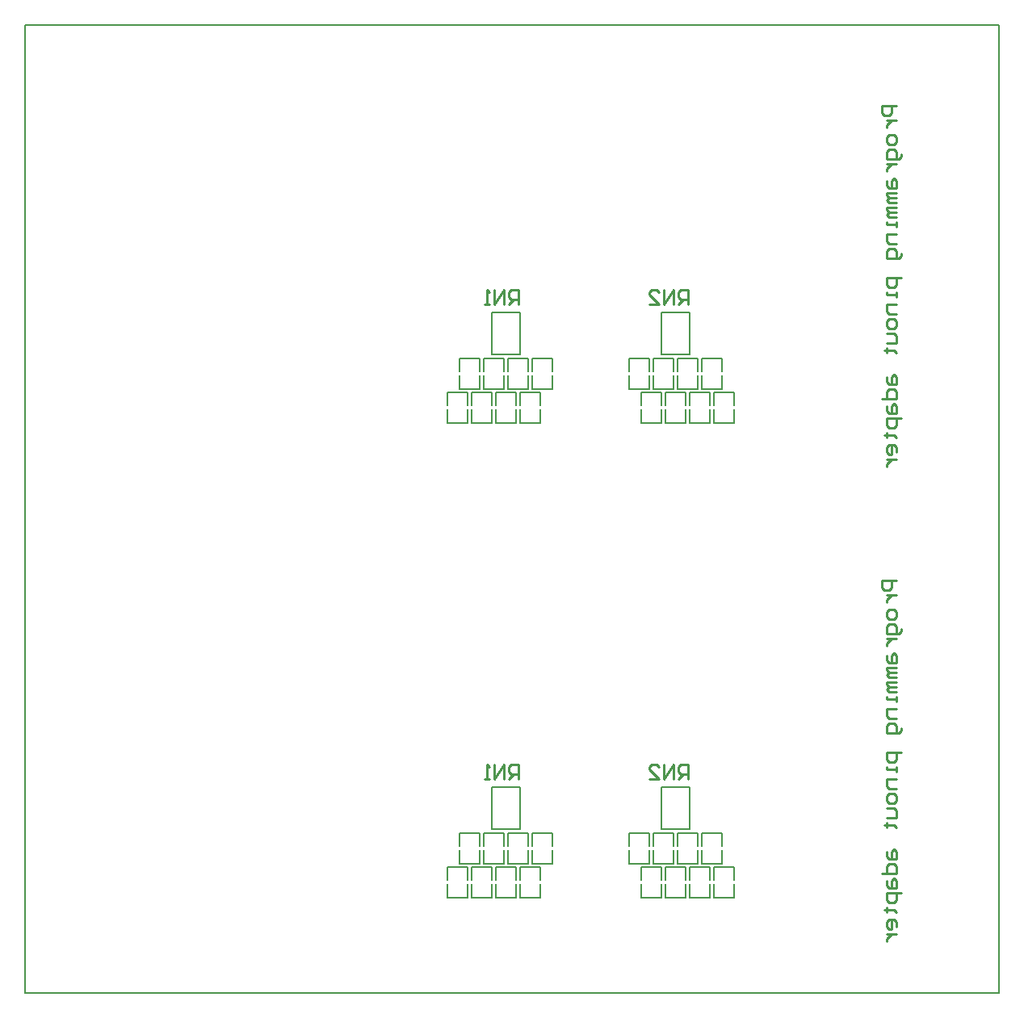
<source format=gbo>
%FSLAX44Y44*%
%MOMM*%
%SFA1B1*%

%IPPOS*%
%ADD10C,0.253999*%
%ADD36C,0.200000*%
%ADD58C,0.127000*%
%LNu2s_hvpp-1*%
%LPD*%
G54D10*
X517618Y224503D02*
Y239738D01*
X510001*
X507462Y237199*
Y232121*
X510001Y229581*
X517618*
G54D58*
X0Y0D02*
X1021266D01*
Y1015678*
X0*
Y0*
G54D10*
X512540Y229581D02*
X507462Y224503D01*
X502384D02*
Y239738D01*
X492227Y224503*
Y239738*
X487149Y224503D02*
X482070D01*
X484610*
Y239738*
X487149Y237199*
X695418Y224503D02*
Y239738D01*
X687801*
X685261Y237199*
Y232121*
X687801Y229581*
X695418*
X690340D02*
X685261Y224503D01*
X680183D02*
Y239738D01*
X670026Y224503*
Y239738*
X654791Y224503D02*
X664948D01*
X654791Y234660*
Y237199*
X657330Y239738*
X662409*
X664948Y237199*
X913223Y432656D02*
X897988D01*
Y425038*
X900527Y422499*
X905605*
X908145Y425038*
Y432656*
X903066Y417421D02*
X913223D01*
X908145*
X905605Y414882*
X903066Y412343*
Y409803*
X913223Y399647D02*
Y394568D01*
X910684Y392029*
X905605*
X903066Y394568*
Y399647*
X905605Y402186*
X910684*
X913223Y399647*
X918301Y381872D02*
Y379333D01*
X915762Y376794*
X903066*
Y384412*
X905605Y386951*
X910684*
X913223Y384412*
Y376794*
X903066Y371716D02*
X913223D01*
X908145*
X905605Y369177*
X903066Y366637*
Y364098*
Y353942D02*
Y348863D01*
X905605Y346324*
X913223*
Y353942*
X910684Y356481*
X908145Y353942*
Y346324*
X913223Y341246D02*
X903066D01*
Y338706*
X905605Y336167*
X913223*
X905605*
X903066Y333628*
X905605Y331089*
X913223*
Y326011D02*
X903066D01*
Y323471*
X905605Y320932*
X913223*
X905605*
X903066Y318393*
X905605Y315854*
X913223*
Y310775D02*
Y305697D01*
Y308236*
X903066*
Y310775*
X913223Y298080D02*
X903066D01*
Y290462*
X905605Y287923*
X913223*
X918301Y277766D02*
Y275227D01*
X915762Y272688*
X903066*
Y280305*
X905605Y282844*
X910684*
X913223Y280305*
Y272688*
X918301Y252374D02*
X903066D01*
Y244757*
X905605Y242218*
X910684*
X913223Y244757*
Y252374*
Y237139D02*
Y232061D01*
Y234600*
X903066*
Y237139*
X913223Y224443D02*
X903066D01*
Y216826*
X905605Y214287*
X913223*
Y206669D02*
Y201591D01*
X910684Y199052*
X905605*
X903066Y201591*
Y206669*
X905605Y209208*
X910684*
X913223Y206669*
X903066Y193973D02*
X910684D01*
X913223Y191434*
Y183817*
X903066*
X900527Y176199D02*
X903066D01*
Y178738*
Y173660*
Y176199*
X910684*
X913223Y173660*
X903066Y148268D02*
Y143190D01*
X905605Y140651*
X913223*
Y148268*
X910684Y150807*
X908145Y148268*
Y140651*
X897988Y125415D02*
X913223D01*
Y133033*
X910684Y135572*
X905605*
X903066Y133033*
Y125415*
Y117798D02*
Y112719D01*
X905605Y110180*
X913223*
Y117798*
X910684Y120337*
X908145Y117798*
Y110180*
X918301Y105102D02*
X903066D01*
Y97484*
X905605Y94945*
X910684*
X913223Y97484*
Y105102*
X900527Y87328D02*
X903066D01*
Y89867*
Y84789*
Y87328*
X910684*
X913223Y84789*
Y69554D02*
Y74632D01*
X910684Y77171*
X905605*
X903066Y74632*
Y69554*
X905605Y67014*
X908145*
Y77171*
X903066Y61936D02*
X913223D01*
X908145*
X905605Y59397*
X903066Y56858*
Y54318*
G54D36*
X531883Y135986D02*
X552883D01*
X531883Y167986D02*
X552883D01*
X531883Y135986D02*
Y149986D01*
X552883Y135986D02*
Y149986D01*
Y153986D02*
Y167986D01*
X531883Y153986D02*
Y167986D01*
X455684Y135986D02*
X476684D01*
X455684Y167986D02*
X476684D01*
X455684Y135986D02*
Y149986D01*
X476684Y135986D02*
Y149986D01*
Y153986D02*
Y167986D01*
X455684Y153986D02*
Y167986D01*
X442984Y100426D02*
X463984D01*
X442984Y132426D02*
X463984D01*
X442984Y100426D02*
Y114426D01*
X463984Y100426D02*
Y114426D01*
Y118426D02*
Y132426D01*
X442984Y118426D02*
Y132426D01*
X481084Y135986D02*
X502084D01*
X481084Y167986D02*
X502084D01*
X481084Y135986D02*
Y149986D01*
X502084Y135986D02*
Y149986D01*
Y153986D02*
Y167986D01*
X481084Y153986D02*
Y167986D01*
X468384Y100426D02*
X489384D01*
X468384Y132426D02*
X489384D01*
X468384Y100426D02*
Y114426D01*
X489384Y100426D02*
Y114426D01*
Y118426D02*
Y132426D01*
X468384Y118426D02*
Y132426D01*
X506484Y135986D02*
X527483D01*
X506484Y167986D02*
X527483D01*
X506484Y135986D02*
Y149986D01*
X527483Y135986D02*
Y149986D01*
Y153986D02*
Y167986D01*
X506484Y153986D02*
Y167986D01*
X493784Y100426D02*
X514783D01*
X493784Y132426D02*
X514783D01*
X493784Y100426D02*
Y114426D01*
X514783Y100426D02*
Y114426D01*
Y118426D02*
Y132426D01*
X493784Y118426D02*
Y132426D01*
X519183Y100426D02*
X540183D01*
X519183Y132426D02*
X540183D01*
X519183Y100426D02*
Y114426D01*
X540183Y100426D02*
Y114426D01*
Y118426D02*
Y132426D01*
X519183Y118426D02*
Y132426D01*
X633483Y135986D02*
X654483D01*
X633483Y167986D02*
X654483D01*
X633483Y135986D02*
Y149986D01*
X654483Y135986D02*
Y149986D01*
Y153986D02*
Y167986D01*
X633483Y153986D02*
Y167986D01*
X646183Y100426D02*
X667183D01*
X646183Y132426D02*
X667183D01*
X646183Y100426D02*
Y114426D01*
X667183Y100426D02*
Y114426D01*
Y118426D02*
Y132426D01*
X646183Y118426D02*
Y132426D01*
X658883Y135986D02*
X679883D01*
X658883Y167986D02*
X679883D01*
X658883Y135986D02*
Y149986D01*
X679883Y135986D02*
Y149986D01*
Y153986D02*
Y167986D01*
X658883Y153986D02*
Y167986D01*
X671583Y100426D02*
X692583D01*
X671583Y132426D02*
X692583D01*
X671583Y100426D02*
Y114426D01*
X692583Y100426D02*
Y114426D01*
Y118426D02*
Y132426D01*
X671583Y118426D02*
Y132426D01*
X684283Y135986D02*
X705283D01*
X684283Y167986D02*
X705283D01*
X684283Y135986D02*
Y149986D01*
X705283Y135986D02*
Y149986D01*
Y153986D02*
Y167986D01*
X684283Y153986D02*
Y167986D01*
X696983Y100426D02*
X717983D01*
X696983Y132426D02*
X717983D01*
X696983Y100426D02*
Y114426D01*
X717983Y100426D02*
Y114426D01*
Y118426D02*
Y132426D01*
X696983Y118426D02*
Y132426D01*
X709683Y135986D02*
X730683D01*
X709683Y167986D02*
X730683D01*
X709683Y135986D02*
Y149986D01*
X730683Y135986D02*
Y149986D01*
Y153986D02*
Y167986D01*
X709683Y153986D02*
Y167986D01*
X722383Y100426D02*
X743383D01*
X722383Y132426D02*
X743383D01*
X722383Y100426D02*
Y114426D01*
X743383Y100426D02*
Y114426D01*
Y118426D02*
Y132426D01*
X722383Y118426D02*
Y132426D01*
X667083Y171896D02*
X697083D01*
X667083D02*
Y215896D01*
X697083Y171896D02*
Y215896D01*
X667083D02*
X697083D01*
X489284Y171896D02*
X519283D01*
X489284D02*
Y215896D01*
X519283Y171896D02*
Y215896D01*
X489284D02*
X519283D01*
G54D10*
X517618Y722342D02*
Y737576D01*
X510001*
X507462Y735037*
Y729959*
X510001Y727419*
X517618*
X512540D02*
X507462Y722342D01*
X502384D02*
Y737576D01*
X492227Y722342*
Y737576*
X487149Y722342D02*
X482070D01*
X484610*
Y737576*
X487149Y735037*
X695418Y722342D02*
Y737576D01*
X687801*
X685261Y735037*
Y729959*
X687801Y727419*
X695418*
X690340D02*
X685261Y722342D01*
X680183D02*
Y737576D01*
X670026Y722342*
Y737576*
X654791Y722342D02*
X664948D01*
X654791Y732498*
Y735037*
X657330Y737576*
X662409*
X664948Y735037*
X913223Y930495D02*
X897988D01*
Y922876*
X900527Y920337*
X905605*
X908145Y922876*
Y930495*
X903066Y915259D02*
X913223D01*
X908145*
X905605Y912720*
X903066Y910181*
Y907641*
X913223Y897485D02*
Y892406D01*
X910684Y889867*
X905605*
X903066Y892406*
Y897485*
X905605Y900024*
X910684*
X913223Y897485*
X918301Y879710D02*
Y877171D01*
X915762Y874632*
X903066*
Y882250*
X905605Y884789*
X910684*
X913223Y882250*
Y874632*
X903066Y869554D02*
X913223D01*
X908145*
X905605Y867015*
X903066Y864475*
Y861936*
Y851780D02*
Y846701D01*
X905605Y844162*
X913223*
Y851780*
X910684Y854319*
X908145Y851780*
Y844162*
X913223Y839084D02*
X903066D01*
Y836544*
X905605Y834005*
X913223*
X905605*
X903066Y831466*
X905605Y828927*
X913223*
Y823849D02*
X903066D01*
Y821309*
X905605Y818770*
X913223*
X905605*
X903066Y816231*
X905605Y813692*
X913223*
Y808613D02*
Y803535D01*
Y806074*
X903066*
Y808613*
X913223Y795918D02*
X903066D01*
Y788300*
X905605Y785761*
X913223*
X918301Y775604D02*
Y773065D01*
X915762Y770526*
X903066*
Y778143*
X905605Y780682*
X910684*
X913223Y778143*
Y770526*
X918301Y750212D02*
X903066D01*
Y742595*
X905605Y740056*
X910684*
X913223Y742595*
Y750212*
Y734977D02*
Y729899D01*
Y732438*
X903066*
Y734977*
X913223Y722281D02*
X903066D01*
Y714664*
X905605Y712125*
X913223*
Y704507D02*
Y699429D01*
X910684Y696890*
X905605*
X903066Y699429*
Y704507*
X905605Y707046*
X910684*
X913223Y704507*
X903066Y691811D02*
X910684D01*
X913223Y689272*
Y681655*
X903066*
X900527Y674037D02*
X903066D01*
Y676576*
Y671498*
Y674037*
X910684*
X913223Y671498*
X903066Y646106D02*
Y641028D01*
X905605Y638489*
X913223*
Y646106*
X910684Y648645*
X908145Y646106*
Y638489*
X897988Y623253D02*
X913223D01*
Y630871*
X910684Y633410*
X905605*
X903066Y630871*
Y623253*
Y615636D02*
Y610557D01*
X905605Y608018*
X913223*
Y615636*
X910684Y618175*
X908145Y615636*
Y608018*
X918301Y602940D02*
X903066D01*
Y595322*
X905605Y592783*
X910684*
X913223Y595322*
Y602940*
X900527Y585166D02*
X903066D01*
Y587705*
Y582627*
Y585166*
X910684*
X913223Y582627*
Y567392D02*
Y572470D01*
X910684Y575009*
X905605*
X903066Y572470*
Y567392*
X905605Y564852*
X908145*
Y575009*
X903066Y559774D02*
X913223D01*
X908145*
X905605Y557235*
X903066Y554696*
Y552156*
G54D36*
X531883Y633824D02*
X552883D01*
X531883Y665824D02*
X552883D01*
X531883Y633824D02*
Y647824D01*
X552883Y633824D02*
Y647824D01*
Y651824D02*
Y665824D01*
X531883Y651824D02*
Y665824D01*
X455684Y633824D02*
X476684D01*
X455684Y665824D02*
X476684D01*
X455684Y633824D02*
Y647824D01*
X476684Y633824D02*
Y647824D01*
Y651824D02*
Y665824D01*
X455684Y651824D02*
Y665824D01*
X442984Y598264D02*
X463984D01*
X442984Y630264D02*
X463984D01*
X442984Y598264D02*
Y612264D01*
X463984Y598264D02*
Y612264D01*
Y616264D02*
Y630264D01*
X442984Y616264D02*
Y630264D01*
X481084Y633824D02*
X502084D01*
X481084Y665824D02*
X502084D01*
X481084Y633824D02*
Y647824D01*
X502084Y633824D02*
Y647824D01*
Y651824D02*
Y665824D01*
X481084Y651824D02*
Y665824D01*
X468384Y598264D02*
X489384D01*
X468384Y630264D02*
X489384D01*
X468384Y598264D02*
Y612264D01*
X489384Y598264D02*
Y612264D01*
Y616264D02*
Y630264D01*
X468384Y616264D02*
Y630264D01*
X506484Y633824D02*
X527483D01*
X506484Y665824D02*
X527483D01*
X506484Y633824D02*
Y647824D01*
X527483Y633824D02*
Y647824D01*
Y651824D02*
Y665824D01*
X506484Y651824D02*
Y665824D01*
X493784Y598264D02*
X514783D01*
X493784Y630264D02*
X514783D01*
X493784Y598264D02*
Y612264D01*
X514783Y598264D02*
Y612264D01*
Y616264D02*
Y630264D01*
X493784Y616264D02*
Y630264D01*
X519183Y598264D02*
X540183D01*
X519183Y630264D02*
X540183D01*
X519183Y598264D02*
Y612264D01*
X540183Y598264D02*
Y612264D01*
Y616264D02*
Y630264D01*
X519183Y616264D02*
Y630264D01*
X633483Y633824D02*
X654483D01*
X633483Y665824D02*
X654483D01*
X633483Y633824D02*
Y647824D01*
X654483Y633824D02*
Y647824D01*
Y651824D02*
Y665824D01*
X633483Y651824D02*
Y665824D01*
X646183Y598264D02*
X667183D01*
X646183Y630264D02*
X667183D01*
X646183Y598264D02*
Y612264D01*
X667183Y598264D02*
Y612264D01*
Y616264D02*
Y630264D01*
X646183Y616264D02*
Y630264D01*
X658883Y633824D02*
X679883D01*
X658883Y665824D02*
X679883D01*
X658883Y633824D02*
Y647824D01*
X679883Y633824D02*
Y647824D01*
Y651824D02*
Y665824D01*
X658883Y651824D02*
Y665824D01*
X671583Y598264D02*
X692583D01*
X671583Y630264D02*
X692583D01*
X671583Y598264D02*
Y612264D01*
X692583Y598264D02*
Y612264D01*
Y616264D02*
Y630264D01*
X671583Y616264D02*
Y630264D01*
X684283Y633824D02*
X705283D01*
X684283Y665824D02*
X705283D01*
X684283Y633824D02*
Y647824D01*
X705283Y633824D02*
Y647824D01*
Y651824D02*
Y665824D01*
X684283Y651824D02*
Y665824D01*
X696983Y598264D02*
X717983D01*
X696983Y630264D02*
X717983D01*
X696983Y598264D02*
Y612264D01*
X717983Y598264D02*
Y612264D01*
Y616264D02*
Y630264D01*
X696983Y616264D02*
Y630264D01*
X709683Y633824D02*
X730683D01*
X709683Y665824D02*
X730683D01*
X709683Y633824D02*
Y647824D01*
X730683Y633824D02*
Y647824D01*
Y651824D02*
Y665824D01*
X709683Y651824D02*
Y665824D01*
X722383Y598264D02*
X743383D01*
X722383Y630264D02*
X743383D01*
X722383Y598264D02*
Y612264D01*
X743383Y598264D02*
Y612264D01*
Y616264D02*
Y630264D01*
X722383Y616264D02*
Y630264D01*
X667083Y669734D02*
X697083D01*
X667083D02*
Y713734D01*
X697083Y669734D02*
Y713734D01*
X667083D02*
X697083D01*
X489284Y669734D02*
X519283D01*
X489284D02*
Y713734D01*
X519283Y669734D02*
Y713734D01*
X489284D02*
X519283D01*
M02*
</source>
